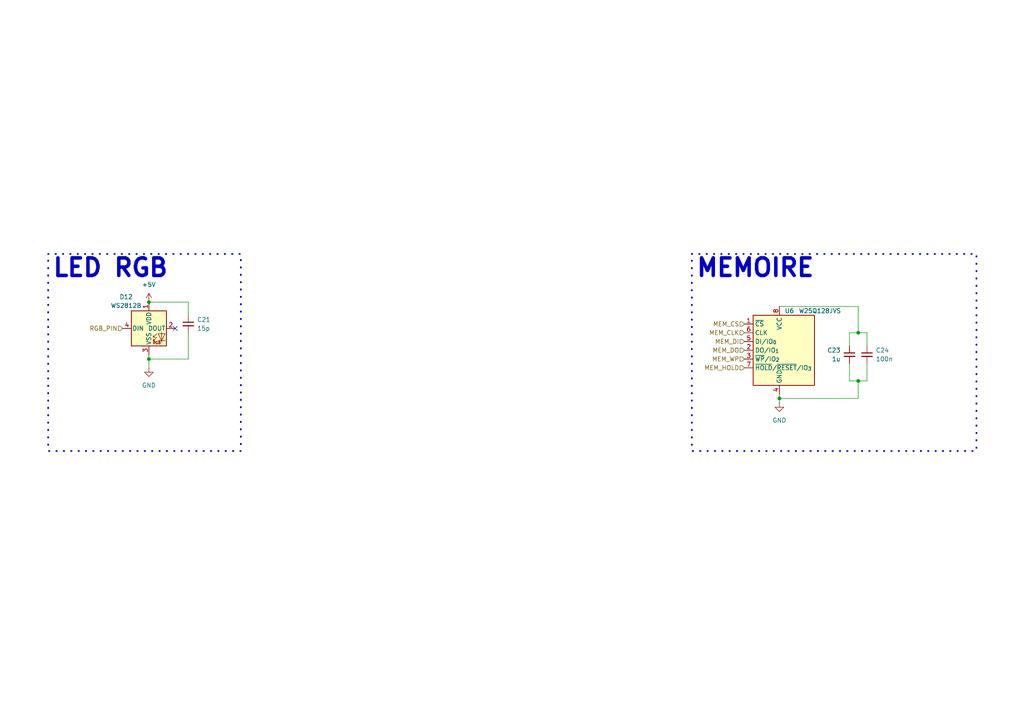
<source format=kicad_sch>
(kicad_sch
	(version 20250114)
	(generator "eeschema")
	(generator_version "9.0")
	(uuid "36baca23-89d1-4b26-a25b-10e481dece9c")
	(paper "A4")
	(lib_symbols
		(symbol "Device:C_Small"
			(pin_numbers
				(hide yes)
			)
			(pin_names
				(offset 0.254)
				(hide yes)
			)
			(exclude_from_sim no)
			(in_bom yes)
			(on_board yes)
			(property "Reference" "C"
				(at 0.254 1.778 0)
				(effects
					(font
						(size 1.27 1.27)
					)
					(justify left)
				)
			)
			(property "Value" "C_Small"
				(at 0.254 -2.032 0)
				(effects
					(font
						(size 1.27 1.27)
					)
					(justify left)
				)
			)
			(property "Footprint" ""
				(at 0 0 0)
				(effects
					(font
						(size 1.27 1.27)
					)
					(hide yes)
				)
			)
			(property "Datasheet" "~"
				(at 0 0 0)
				(effects
					(font
						(size 1.27 1.27)
					)
					(hide yes)
				)
			)
			(property "Description" "Unpolarized capacitor, small symbol"
				(at 0 0 0)
				(effects
					(font
						(size 1.27 1.27)
					)
					(hide yes)
				)
			)
			(property "ki_keywords" "capacitor cap"
				(at 0 0 0)
				(effects
					(font
						(size 1.27 1.27)
					)
					(hide yes)
				)
			)
			(property "ki_fp_filters" "C_*"
				(at 0 0 0)
				(effects
					(font
						(size 1.27 1.27)
					)
					(hide yes)
				)
			)
			(symbol "C_Small_0_1"
				(polyline
					(pts
						(xy -1.524 0.508) (xy 1.524 0.508)
					)
					(stroke
						(width 0.3048)
						(type default)
					)
					(fill
						(type none)
					)
				)
				(polyline
					(pts
						(xy -1.524 -0.508) (xy 1.524 -0.508)
					)
					(stroke
						(width 0.3302)
						(type default)
					)
					(fill
						(type none)
					)
				)
			)
			(symbol "C_Small_1_1"
				(pin passive line
					(at 0 2.54 270)
					(length 2.032)
					(name "~"
						(effects
							(font
								(size 1.27 1.27)
							)
						)
					)
					(number "1"
						(effects
							(font
								(size 1.27 1.27)
							)
						)
					)
				)
				(pin passive line
					(at 0 -2.54 90)
					(length 2.032)
					(name "~"
						(effects
							(font
								(size 1.27 1.27)
							)
						)
					)
					(number "2"
						(effects
							(font
								(size 1.27 1.27)
							)
						)
					)
				)
			)
			(embedded_fonts no)
		)
		(symbol "LED:WS2812B"
			(pin_names
				(offset 0.254)
			)
			(exclude_from_sim no)
			(in_bom yes)
			(on_board yes)
			(property "Reference" "D"
				(at 5.08 5.715 0)
				(effects
					(font
						(size 1.27 1.27)
					)
					(justify right bottom)
				)
			)
			(property "Value" "WS2812B"
				(at 1.27 -5.715 0)
				(effects
					(font
						(size 1.27 1.27)
					)
					(justify left top)
				)
			)
			(property "Footprint" "LED_SMD:LED_WS2812B_PLCC4_5.0x5.0mm_P3.2mm"
				(at 1.27 -7.62 0)
				(effects
					(font
						(size 1.27 1.27)
					)
					(justify left top)
					(hide yes)
				)
			)
			(property "Datasheet" "https://cdn-shop.adafruit.com/datasheets/WS2812B.pdf"
				(at 2.54 -9.525 0)
				(effects
					(font
						(size 1.27 1.27)
					)
					(justify left top)
					(hide yes)
				)
			)
			(property "Description" "RGB LED with integrated controller"
				(at 0 0 0)
				(effects
					(font
						(size 1.27 1.27)
					)
					(hide yes)
				)
			)
			(property "ki_keywords" "RGB LED NeoPixel addressable"
				(at 0 0 0)
				(effects
					(font
						(size 1.27 1.27)
					)
					(hide yes)
				)
			)
			(property "ki_fp_filters" "LED*WS2812*PLCC*5.0x5.0mm*P3.2mm*"
				(at 0 0 0)
				(effects
					(font
						(size 1.27 1.27)
					)
					(hide yes)
				)
			)
			(symbol "WS2812B_0_0"
				(text "RGB"
					(at 2.286 -4.191 0)
					(effects
						(font
							(size 0.762 0.762)
						)
					)
				)
			)
			(symbol "WS2812B_0_1"
				(polyline
					(pts
						(xy 1.27 -2.54) (xy 1.778 -2.54)
					)
					(stroke
						(width 0)
						(type default)
					)
					(fill
						(type none)
					)
				)
				(polyline
					(pts
						(xy 1.27 -3.556) (xy 1.778 -3.556)
					)
					(stroke
						(width 0)
						(type default)
					)
					(fill
						(type none)
					)
				)
				(polyline
					(pts
						(xy 2.286 -1.524) (xy 1.27 -2.54) (xy 1.27 -2.032)
					)
					(stroke
						(width 0)
						(type default)
					)
					(fill
						(type none)
					)
				)
				(polyline
					(pts
						(xy 2.286 -2.54) (xy 1.27 -3.556) (xy 1.27 -3.048)
					)
					(stroke
						(width 0)
						(type default)
					)
					(fill
						(type none)
					)
				)
				(polyline
					(pts
						(xy 3.683 -1.016) (xy 3.683 -3.556) (xy 3.683 -4.064)
					)
					(stroke
						(width 0)
						(type default)
					)
					(fill
						(type none)
					)
				)
				(polyline
					(pts
						(xy 4.699 -1.524) (xy 2.667 -1.524) (xy 3.683 -3.556) (xy 4.699 -1.524)
					)
					(stroke
						(width 0)
						(type default)
					)
					(fill
						(type none)
					)
				)
				(polyline
					(pts
						(xy 4.699 -3.556) (xy 2.667 -3.556)
					)
					(stroke
						(width 0)
						(type default)
					)
					(fill
						(type none)
					)
				)
				(rectangle
					(start 5.08 5.08)
					(end -5.08 -5.08)
					(stroke
						(width 0.254)
						(type default)
					)
					(fill
						(type background)
					)
				)
			)
			(symbol "WS2812B_1_1"
				(pin input line
					(at -7.62 0 0)
					(length 2.54)
					(name "DIN"
						(effects
							(font
								(size 1.27 1.27)
							)
						)
					)
					(number "4"
						(effects
							(font
								(size 1.27 1.27)
							)
						)
					)
				)
				(pin power_in line
					(at 0 7.62 270)
					(length 2.54)
					(name "VDD"
						(effects
							(font
								(size 1.27 1.27)
							)
						)
					)
					(number "1"
						(effects
							(font
								(size 1.27 1.27)
							)
						)
					)
				)
				(pin power_in line
					(at 0 -7.62 90)
					(length 2.54)
					(name "VSS"
						(effects
							(font
								(size 1.27 1.27)
							)
						)
					)
					(number "3"
						(effects
							(font
								(size 1.27 1.27)
							)
						)
					)
				)
				(pin output line
					(at 7.62 0 180)
					(length 2.54)
					(name "DOUT"
						(effects
							(font
								(size 1.27 1.27)
							)
						)
					)
					(number "2"
						(effects
							(font
								(size 1.27 1.27)
							)
						)
					)
				)
			)
			(embedded_fonts no)
		)
		(symbol "Memory_Flash:W25Q128JVS"
			(exclude_from_sim no)
			(in_bom yes)
			(on_board yes)
			(property "Reference" "U"
				(at -6.35 11.43 0)
				(effects
					(font
						(size 1.27 1.27)
					)
				)
			)
			(property "Value" "W25Q128JVS"
				(at 7.62 11.43 0)
				(effects
					(font
						(size 1.27 1.27)
					)
				)
			)
			(property "Footprint" "Package_SO:SOIC-8_5.3x5.3mm_P1.27mm"
				(at 0 22.86 0)
				(effects
					(font
						(size 1.27 1.27)
					)
					(hide yes)
				)
			)
			(property "Datasheet" "https://www.winbond.com/resource-files/w25q128jv_dtr%20revc%2003272018%20plus.pdf"
				(at 0 25.4 0)
				(effects
					(font
						(size 1.27 1.27)
					)
					(hide yes)
				)
			)
			(property "Description" "128Mbit / 16MiB Serial Flash Memory, Standard/Dual/Quad SPI, 2.7-3.6V, SOIC-8"
				(at 0 27.94 0)
				(effects
					(font
						(size 1.27 1.27)
					)
					(hide yes)
				)
			)
			(property "ki_keywords" "flash memory SPI QPI DTR"
				(at 0 0 0)
				(effects
					(font
						(size 1.27 1.27)
					)
					(hide yes)
				)
			)
			(property "ki_fp_filters" "*SOIC*5.3x5.3mm*P1.27mm*"
				(at 0 0 0)
				(effects
					(font
						(size 1.27 1.27)
					)
					(hide yes)
				)
			)
			(symbol "W25Q128JVS_0_1"
				(rectangle
					(start -7.62 10.16)
					(end 10.16 -10.16)
					(stroke
						(width 0.254)
						(type default)
					)
					(fill
						(type background)
					)
				)
			)
			(symbol "W25Q128JVS_1_1"
				(pin input line
					(at -10.16 7.62 0)
					(length 2.54)
					(name "~{CS}"
						(effects
							(font
								(size 1.27 1.27)
							)
						)
					)
					(number "1"
						(effects
							(font
								(size 1.27 1.27)
							)
						)
					)
				)
				(pin input line
					(at -10.16 5.08 0)
					(length 2.54)
					(name "CLK"
						(effects
							(font
								(size 1.27 1.27)
							)
						)
					)
					(number "6"
						(effects
							(font
								(size 1.27 1.27)
							)
						)
					)
				)
				(pin bidirectional line
					(at -10.16 2.54 0)
					(length 2.54)
					(name "DI/IO_{0}"
						(effects
							(font
								(size 1.27 1.27)
							)
						)
					)
					(number "5"
						(effects
							(font
								(size 1.27 1.27)
							)
						)
					)
				)
				(pin bidirectional line
					(at -10.16 0 0)
					(length 2.54)
					(name "DO/IO_{1}"
						(effects
							(font
								(size 1.27 1.27)
							)
						)
					)
					(number "2"
						(effects
							(font
								(size 1.27 1.27)
							)
						)
					)
				)
				(pin bidirectional line
					(at -10.16 -2.54 0)
					(length 2.54)
					(name "~{WP}/IO_{2}"
						(effects
							(font
								(size 1.27 1.27)
							)
						)
					)
					(number "3"
						(effects
							(font
								(size 1.27 1.27)
							)
						)
					)
				)
				(pin bidirectional line
					(at -10.16 -5.08 0)
					(length 2.54)
					(name "~{HOLD}/~{RESET}/IO_{3}"
						(effects
							(font
								(size 1.27 1.27)
							)
						)
					)
					(number "7"
						(effects
							(font
								(size 1.27 1.27)
							)
						)
					)
				)
				(pin power_in line
					(at 0 12.7 270)
					(length 2.54)
					(name "VCC"
						(effects
							(font
								(size 1.27 1.27)
							)
						)
					)
					(number "8"
						(effects
							(font
								(size 1.27 1.27)
							)
						)
					)
				)
				(pin power_in line
					(at 0 -12.7 90)
					(length 2.54)
					(name "GND"
						(effects
							(font
								(size 1.27 1.27)
							)
						)
					)
					(number "4"
						(effects
							(font
								(size 1.27 1.27)
							)
						)
					)
				)
			)
			(embedded_fonts no)
		)
		(symbol "power:+5V"
			(power)
			(pin_numbers
				(hide yes)
			)
			(pin_names
				(offset 0)
				(hide yes)
			)
			(exclude_from_sim no)
			(in_bom yes)
			(on_board yes)
			(property "Reference" "#PWR"
				(at 0 -3.81 0)
				(effects
					(font
						(size 1.27 1.27)
					)
					(hide yes)
				)
			)
			(property "Value" "+5V"
				(at 0 3.556 0)
				(effects
					(font
						(size 1.27 1.27)
					)
				)
			)
			(property "Footprint" ""
				(at 0 0 0)
				(effects
					(font
						(size 1.27 1.27)
					)
					(hide yes)
				)
			)
			(property "Datasheet" ""
				(at 0 0 0)
				(effects
					(font
						(size 1.27 1.27)
					)
					(hide yes)
				)
			)
			(property "Description" "Power symbol creates a global label with name \"+5V\""
				(at 0 0 0)
				(effects
					(font
						(size 1.27 1.27)
					)
					(hide yes)
				)
			)
			(property "ki_keywords" "global power"
				(at 0 0 0)
				(effects
					(font
						(size 1.27 1.27)
					)
					(hide yes)
				)
			)
			(symbol "+5V_0_1"
				(polyline
					(pts
						(xy -0.762 1.27) (xy 0 2.54)
					)
					(stroke
						(width 0)
						(type default)
					)
					(fill
						(type none)
					)
				)
				(polyline
					(pts
						(xy 0 2.54) (xy 0.762 1.27)
					)
					(stroke
						(width 0)
						(type default)
					)
					(fill
						(type none)
					)
				)
				(polyline
					(pts
						(xy 0 0) (xy 0 2.54)
					)
					(stroke
						(width 0)
						(type default)
					)
					(fill
						(type none)
					)
				)
			)
			(symbol "+5V_1_1"
				(pin power_in line
					(at 0 0 90)
					(length 0)
					(name "~"
						(effects
							(font
								(size 1.27 1.27)
							)
						)
					)
					(number "1"
						(effects
							(font
								(size 1.27 1.27)
							)
						)
					)
				)
			)
			(embedded_fonts no)
		)
		(symbol "power:GND"
			(power)
			(pin_numbers
				(hide yes)
			)
			(pin_names
				(offset 0)
				(hide yes)
			)
			(exclude_from_sim no)
			(in_bom yes)
			(on_board yes)
			(property "Reference" "#PWR"
				(at 0 -6.35 0)
				(effects
					(font
						(size 1.27 1.27)
					)
					(hide yes)
				)
			)
			(property "Value" "GND"
				(at 0 -3.81 0)
				(effects
					(font
						(size 1.27 1.27)
					)
				)
			)
			(property "Footprint" ""
				(at 0 0 0)
				(effects
					(font
						(size 1.27 1.27)
					)
					(hide yes)
				)
			)
			(property "Datasheet" ""
				(at 0 0 0)
				(effects
					(font
						(size 1.27 1.27)
					)
					(hide yes)
				)
			)
			(property "Description" "Power symbol creates a global label with name \"GND\" , ground"
				(at 0 0 0)
				(effects
					(font
						(size 1.27 1.27)
					)
					(hide yes)
				)
			)
			(property "ki_keywords" "global power"
				(at 0 0 0)
				(effects
					(font
						(size 1.27 1.27)
					)
					(hide yes)
				)
			)
			(symbol "GND_0_1"
				(polyline
					(pts
						(xy 0 0) (xy 0 -1.27) (xy 1.27 -1.27) (xy 0 -2.54) (xy -1.27 -1.27) (xy 0 -1.27)
					)
					(stroke
						(width 0)
						(type default)
					)
					(fill
						(type none)
					)
				)
			)
			(symbol "GND_1_1"
				(pin power_in line
					(at 0 0 270)
					(length 0)
					(name "~"
						(effects
							(font
								(size 1.27 1.27)
							)
						)
					)
					(number "1"
						(effects
							(font
								(size 1.27 1.27)
							)
						)
					)
				)
			)
			(embedded_fonts no)
		)
	)
	(text_box "MEMOIRE"
		(exclude_from_sim no)
		(at 200.66 73.66 0)
		(size 82.55 57.15)
		(margins 0.9525 0.9525 0.9525 0.9525)
		(stroke
			(width 0.508)
			(type dot)
		)
		(fill
			(type none)
		)
		(effects
			(font
				(size 5.08 5.08)
				(thickness 1.016)
				(bold yes)
			)
			(justify left top)
		)
		(uuid "6a1be415-660f-41f7-bda5-088b43148d19")
	)
	(text_box "LED RGB"
		(exclude_from_sim no)
		(at 13.97 73.66 0)
		(size 55.88 57.15)
		(margins 0.9525 0.9525 0.9525 0.9525)
		(stroke
			(width 0.508)
			(type dot)
		)
		(fill
			(type none)
		)
		(effects
			(font
				(size 5.08 5.08)
				(thickness 1.016)
				(bold yes)
			)
			(justify left top)
		)
		(uuid "d0cfbe74-1df1-4281-93da-33c346fa6df6")
	)
	(junction
		(at 248.92 96.52)
		(diameter 0)
		(color 0 0 0 0)
		(uuid "1305f6ad-b1e1-478a-b66b-845850a8b8e6")
	)
	(junction
		(at 248.92 110.49)
		(diameter 0)
		(color 0 0 0 0)
		(uuid "3d0045ff-394b-4154-96e4-8f272f4109bb")
	)
	(junction
		(at 43.18 104.14)
		(diameter 0)
		(color 0 0 0 0)
		(uuid "4c88df66-1343-4b33-9846-799a1fa3bccc")
	)
	(junction
		(at 43.18 87.63)
		(diameter 0)
		(color 0 0 0 0)
		(uuid "c1907529-fcd5-4e95-a3f4-4fc1aa7d0c5e")
	)
	(junction
		(at 226.06 115.57)
		(diameter 0)
		(color 0 0 0 0)
		(uuid "f9d49bd8-988e-41bd-bd30-7ab848e61269")
	)
	(no_connect
		(at 50.8 95.25)
		(uuid "fb7c5eb5-e798-40b7-ba2d-f34d4b793e0c")
	)
	(wire
		(pts
			(xy 43.18 104.14) (xy 43.18 102.87)
		)
		(stroke
			(width 0)
			(type default)
		)
		(uuid "38c31101-60aa-497f-9dcf-29ceade3536c")
	)
	(wire
		(pts
			(xy 251.46 100.33) (xy 251.46 96.52)
		)
		(stroke
			(width 0)
			(type default)
		)
		(uuid "40042d5b-175a-42d3-a9e0-3e5359e7cf0c")
	)
	(wire
		(pts
			(xy 246.38 105.41) (xy 246.38 110.49)
		)
		(stroke
			(width 0)
			(type default)
		)
		(uuid "41e0211a-0acf-4ad4-b4cc-9fa9b75c47ed")
	)
	(wire
		(pts
			(xy 54.61 96.52) (xy 54.61 104.14)
		)
		(stroke
			(width 0)
			(type default)
		)
		(uuid "46153bf8-8eae-4249-aaee-674cad9087a6")
	)
	(wire
		(pts
			(xy 226.06 88.9) (xy 248.92 88.9)
		)
		(stroke
			(width 0)
			(type default)
		)
		(uuid "4a9b4465-9004-4378-ad72-8376a9825eaa")
	)
	(wire
		(pts
			(xy 248.92 88.9) (xy 248.92 96.52)
		)
		(stroke
			(width 0)
			(type default)
		)
		(uuid "5fc88321-2900-4d68-a18a-82d35b524fed")
	)
	(wire
		(pts
			(xy 54.61 91.44) (xy 54.61 87.63)
		)
		(stroke
			(width 0)
			(type default)
		)
		(uuid "61221e4a-616c-4cce-a9bb-33d038cfc2e8")
	)
	(wire
		(pts
			(xy 54.61 104.14) (xy 43.18 104.14)
		)
		(stroke
			(width 0)
			(type default)
		)
		(uuid "676d6b75-ecd8-49cf-950f-73a5f5d830c2")
	)
	(wire
		(pts
			(xy 226.06 115.57) (xy 248.92 115.57)
		)
		(stroke
			(width 0)
			(type default)
		)
		(uuid "6a286841-af89-4907-b8a6-60eb773fcf89")
	)
	(wire
		(pts
			(xy 246.38 110.49) (xy 248.92 110.49)
		)
		(stroke
			(width 0)
			(type default)
		)
		(uuid "75879f46-612c-4a93-b932-3ac30de3cc80")
	)
	(wire
		(pts
			(xy 251.46 96.52) (xy 248.92 96.52)
		)
		(stroke
			(width 0)
			(type default)
		)
		(uuid "7f3f5d2f-1c36-4849-8e73-65648b0de66a")
	)
	(wire
		(pts
			(xy 43.18 106.68) (xy 43.18 104.14)
		)
		(stroke
			(width 0)
			(type default)
		)
		(uuid "9891aafd-0622-4337-8b9f-aa6fa15a06cb")
	)
	(wire
		(pts
			(xy 251.46 110.49) (xy 251.46 105.41)
		)
		(stroke
			(width 0)
			(type default)
		)
		(uuid "a0afb2d1-3e87-457f-9c9c-1074cf1dfb6e")
	)
	(wire
		(pts
			(xy 226.06 114.3) (xy 226.06 115.57)
		)
		(stroke
			(width 0)
			(type default)
		)
		(uuid "a995faad-ac1e-4cd1-bbdc-73c8077460c4")
	)
	(wire
		(pts
			(xy 226.06 115.57) (xy 226.06 116.84)
		)
		(stroke
			(width 0)
			(type default)
		)
		(uuid "b980d7ff-da91-4325-b238-668df64961b7")
	)
	(wire
		(pts
			(xy 246.38 96.52) (xy 246.38 100.33)
		)
		(stroke
			(width 0)
			(type default)
		)
		(uuid "c526f5d5-3687-4903-9509-f03e12eb8296")
	)
	(wire
		(pts
			(xy 54.61 87.63) (xy 43.18 87.63)
		)
		(stroke
			(width 0)
			(type default)
		)
		(uuid "c86c9ec6-3c35-4970-8727-bac86ee08aa8")
	)
	(wire
		(pts
			(xy 248.92 110.49) (xy 251.46 110.49)
		)
		(stroke
			(width 0)
			(type default)
		)
		(uuid "cede501e-237c-4e0a-8f1d-149b612e30a3")
	)
	(wire
		(pts
			(xy 248.92 96.52) (xy 246.38 96.52)
		)
		(stroke
			(width 0)
			(type default)
		)
		(uuid "f056afbe-2225-4da7-8096-bf490d683501")
	)
	(wire
		(pts
			(xy 248.92 115.57) (xy 248.92 110.49)
		)
		(stroke
			(width 0)
			(type default)
		)
		(uuid "f0ce70ac-c683-45e5-a1a3-2548a3389d48")
	)
	(hierarchical_label "MEM_DO"
		(shape input)
		(at 215.9 101.6 180)
		(effects
			(font
				(size 1.27 1.27)
			)
			(justify right)
		)
		(uuid "047dd3fc-c293-4ff6-a353-910e66a932a1")
	)
	(hierarchical_label "MEM_CS"
		(shape input)
		(at 215.9 93.98 180)
		(effects
			(font
				(size 1.27 1.27)
			)
			(justify right)
		)
		(uuid "4dd9b77a-a028-4177-b892-f83854d92ab8")
	)
	(hierarchical_label "MEM_WP"
		(shape input)
		(at 215.9 104.14 180)
		(effects
			(font
				(size 1.27 1.27)
			)
			(justify right)
		)
		(uuid "512e0144-2691-4216-bfcc-e57a3600be73")
	)
	(hierarchical_label "MEM_DI"
		(shape input)
		(at 215.9 99.06 180)
		(effects
			(font
				(size 1.27 1.27)
			)
			(justify right)
		)
		(uuid "9a3728c6-88ad-497c-824a-709a0f9aa7f0")
	)
	(hierarchical_label "RGB_PIN"
		(shape input)
		(at 35.56 95.25 180)
		(effects
			(font
				(size 1.27 1.27)
			)
			(justify right)
		)
		(uuid "c2486f23-3a1b-4a59-b03b-7c84f3ac1d03")
	)
	(hierarchical_label "MEM_HOLD"
		(shape input)
		(at 215.9 106.68 180)
		(effects
			(font
				(size 1.27 1.27)
			)
			(justify right)
		)
		(uuid "d1226d3c-94b7-4baf-9e5a-4a07fb3cc58e")
	)
	(hierarchical_label "MEM_CLK"
		(shape input)
		(at 215.9 96.52 180)
		(effects
			(font
				(size 1.27 1.27)
			)
			(justify right)
		)
		(uuid "de59373d-6e1a-48d2-ba22-6246df07209e")
	)
	(symbol
		(lib_id "Device:C_Small")
		(at 251.46 102.87 0)
		(unit 1)
		(exclude_from_sim no)
		(in_bom yes)
		(on_board yes)
		(dnp no)
		(fields_autoplaced yes)
		(uuid "12fd4d91-d535-4d7d-9350-20582f9f67a1")
		(property "Reference" "C24"
			(at 254 101.6062 0)
			(effects
				(font
					(size 1.27 1.27)
				)
				(justify left)
			)
		)
		(property "Value" "100n"
			(at 254 104.1462 0)
			(effects
				(font
					(size 1.27 1.27)
				)
				(justify left)
			)
		)
		(property "Footprint" "Capacitor_SMD:C_0402_1005Metric"
			(at 251.46 102.87 0)
			(effects
				(font
					(size 1.27 1.27)
				)
				(hide yes)
			)
		)
		(property "Datasheet" "~"
			(at 251.46 102.87 0)
			(effects
				(font
					(size 1.27 1.27)
				)
				(hide yes)
			)
		)
		(property "Description" "Unpolarized capacitor, small symbol"
			(at 251.46 102.87 0)
			(effects
				(font
					(size 1.27 1.27)
				)
				(hide yes)
			)
		)
		(pin "1"
			(uuid "317dd26d-5145-47f9-8c6e-667f276554fb")
		)
		(pin "2"
			(uuid "1cb3808a-0f05-4a01-a80e-5e8985282263")
		)
		(instances
			(project "FC_PCB"
				(path "/5dcde9ba-69bc-48ad-8419-ebeb6428a1ae/0f2a28e4-03d7-447e-abd9-dee5c99c9c46"
					(reference "C24")
					(unit 1)
				)
			)
		)
	)
	(symbol
		(lib_id "Device:C_Small")
		(at 54.61 93.98 0)
		(unit 1)
		(exclude_from_sim no)
		(in_bom yes)
		(on_board yes)
		(dnp no)
		(fields_autoplaced yes)
		(uuid "3a85604e-131f-4403-9395-2c4c42319d1c")
		(property "Reference" "C21"
			(at 57.15 92.7162 0)
			(effects
				(font
					(size 1.27 1.27)
				)
				(justify left)
			)
		)
		(property "Value" "15p"
			(at 57.15 95.2562 0)
			(effects
				(font
					(size 1.27 1.27)
				)
				(justify left)
			)
		)
		(property "Footprint" "Capacitor_SMD:C_0603_1608Metric"
			(at 54.61 93.98 0)
			(effects
				(font
					(size 1.27 1.27)
				)
				(hide yes)
			)
		)
		(property "Datasheet" "~"
			(at 54.61 93.98 0)
			(effects
				(font
					(size 1.27 1.27)
				)
				(hide yes)
			)
		)
		(property "Description" "Unpolarized capacitor, small symbol"
			(at 54.61 93.98 0)
			(effects
				(font
					(size 1.27 1.27)
				)
				(hide yes)
			)
		)
		(pin "1"
			(uuid "c006eec4-6bf1-490e-bee0-d6bb1fc330d2")
		)
		(pin "2"
			(uuid "8288d569-1826-4455-8d2e-68386fce7dc9")
		)
		(instances
			(project "FC_PCB"
				(path "/5dcde9ba-69bc-48ad-8419-ebeb6428a1ae/0f2a28e4-03d7-447e-abd9-dee5c99c9c46"
					(reference "C21")
					(unit 1)
				)
			)
		)
	)
	(symbol
		(lib_id "LED:WS2812B")
		(at 43.18 95.25 0)
		(unit 1)
		(exclude_from_sim no)
		(in_bom yes)
		(on_board yes)
		(dnp no)
		(uuid "54d503a5-10b3-4642-aa19-a4575e7a4234")
		(property "Reference" "D12"
			(at 36.576 86.106 0)
			(effects
				(font
					(size 1.27 1.27)
				)
			)
		)
		(property "Value" "WS2812B"
			(at 36.576 88.646 0)
			(effects
				(font
					(size 1.27 1.27)
				)
			)
		)
		(property "Footprint" "LED_SMD:LED_WS2812B_PLCC4_5.0x5.0mm_P3.2mm"
			(at 44.45 102.87 0)
			(effects
				(font
					(size 1.27 1.27)
				)
				(justify left top)
				(hide yes)
			)
		)
		(property "Datasheet" "https://cdn-shop.adafruit.com/datasheets/WS2812B.pdf"
			(at 45.72 104.775 0)
			(effects
				(font
					(size 1.27 1.27)
				)
				(justify left top)
				(hide yes)
			)
		)
		(property "Description" "RGB LED with integrated controller"
			(at 43.18 95.25 0)
			(effects
				(font
					(size 1.27 1.27)
				)
				(hide yes)
			)
		)
		(pin "4"
			(uuid "64880836-e815-4427-adcd-f98dc2d551b2")
		)
		(pin "2"
			(uuid "49b26437-9cd7-492f-96e4-b42e289ab25a")
		)
		(pin "3"
			(uuid "77e39a46-e1e9-4cdd-8baf-0666c0db49d5")
		)
		(pin "1"
			(uuid "56ded158-1252-4f8d-b269-8f394c0a70ad")
		)
		(instances
			(project ""
				(path "/5dcde9ba-69bc-48ad-8419-ebeb6428a1ae/0f2a28e4-03d7-447e-abd9-dee5c99c9c46"
					(reference "D12")
					(unit 1)
				)
			)
		)
	)
	(symbol
		(lib_id "Device:C_Small")
		(at 246.38 102.87 0)
		(mirror y)
		(unit 1)
		(exclude_from_sim no)
		(in_bom yes)
		(on_board yes)
		(dnp no)
		(uuid "5e07c570-e966-49e6-bdb3-48920423638f")
		(property "Reference" "C23"
			(at 243.84 101.6062 0)
			(effects
				(font
					(size 1.27 1.27)
				)
				(justify left)
			)
		)
		(property "Value" "1u"
			(at 243.84 104.1462 0)
			(effects
				(font
					(size 1.27 1.27)
				)
				(justify left)
			)
		)
		(property "Footprint" "Capacitor_SMD:C_0402_1005Metric"
			(at 246.38 102.87 0)
			(effects
				(font
					(size 1.27 1.27)
				)
				(hide yes)
			)
		)
		(property "Datasheet" "~"
			(at 246.38 102.87 0)
			(effects
				(font
					(size 1.27 1.27)
				)
				(hide yes)
			)
		)
		(property "Description" "Unpolarized capacitor, small symbol"
			(at 246.38 102.87 0)
			(effects
				(font
					(size 1.27 1.27)
				)
				(hide yes)
			)
		)
		(pin "1"
			(uuid "abefd16a-0cf7-4d5e-9283-eafc40454dfc")
		)
		(pin "2"
			(uuid "e2d2c721-dd92-4451-a842-85de3f54efea")
		)
		(instances
			(project "FC_PCB"
				(path "/5dcde9ba-69bc-48ad-8419-ebeb6428a1ae/0f2a28e4-03d7-447e-abd9-dee5c99c9c46"
					(reference "C23")
					(unit 1)
				)
			)
		)
	)
	(symbol
		(lib_id "Memory_Flash:W25Q128JVS")
		(at 226.06 101.6 0)
		(unit 1)
		(exclude_from_sim no)
		(in_bom yes)
		(on_board yes)
		(dnp no)
		(uuid "7ff9820d-a43b-4351-b2e0-58e203bf4069")
		(property "Reference" "U6"
			(at 227.584 90.17 0)
			(effects
				(font
					(size 1.27 1.27)
				)
				(justify left)
			)
		)
		(property "Value" "W25Q128JVS"
			(at 231.648 90.17 0)
			(effects
				(font
					(size 1.27 1.27)
				)
				(justify left)
			)
		)
		(property "Footprint" "Package_SO:SOIC-8_5.3x5.3mm_P1.27mm"
			(at 226.06 78.74 0)
			(effects
				(font
					(size 1.27 1.27)
				)
				(hide yes)
			)
		)
		(property "Datasheet" "https://www.winbond.com/resource-files/w25q128jv_dtr%20revc%2003272018%20plus.pdf"
			(at 226.06 76.2 0)
			(effects
				(font
					(size 1.27 1.27)
				)
				(hide yes)
			)
		)
		(property "Description" "128Mbit / 16MiB Serial Flash Memory, Standard/Dual/Quad SPI, 2.7-3.6V, SOIC-8"
			(at 226.06 73.66 0)
			(effects
				(font
					(size 1.27 1.27)
				)
				(hide yes)
			)
		)
		(pin "6"
			(uuid "e227db9c-21dd-4891-8d09-2df1dfe9c4b3")
		)
		(pin "5"
			(uuid "30eb4fb4-2a91-423a-b137-5c13f837ba36")
		)
		(pin "2"
			(uuid "23271bdf-2ab5-462c-8e00-0e53fabcf0d7")
		)
		(pin "1"
			(uuid "76622c09-573e-4864-9489-6feffa17c2d2")
		)
		(pin "8"
			(uuid "9a4bc9cf-7406-49ab-ba3c-26925c7679d0")
		)
		(pin "3"
			(uuid "217de8b6-569c-409c-8ab0-cd74f375c19d")
		)
		(pin "7"
			(uuid "175fc372-4275-42a8-8a97-fe0f492d8ce3")
		)
		(pin "4"
			(uuid "a581727c-ad67-4094-9dca-4b95028053cc")
		)
		(instances
			(project ""
				(path "/5dcde9ba-69bc-48ad-8419-ebeb6428a1ae/0f2a28e4-03d7-447e-abd9-dee5c99c9c46"
					(reference "U6")
					(unit 1)
				)
			)
		)
	)
	(symbol
		(lib_id "power:+5V")
		(at 43.18 87.63 0)
		(unit 1)
		(exclude_from_sim no)
		(in_bom yes)
		(on_board yes)
		(dnp no)
		(fields_autoplaced yes)
		(uuid "b0ccd063-647c-4326-92f0-00b78c5bbd79")
		(property "Reference" "#PWR051"
			(at 43.18 91.44 0)
			(effects
				(font
					(size 1.27 1.27)
				)
				(hide yes)
			)
		)
		(property "Value" "+5V"
			(at 43.18 82.55 0)
			(effects
				(font
					(size 1.27 1.27)
				)
			)
		)
		(property "Footprint" ""
			(at 43.18 87.63 0)
			(effects
				(font
					(size 1.27 1.27)
				)
				(hide yes)
			)
		)
		(property "Datasheet" ""
			(at 43.18 87.63 0)
			(effects
				(font
					(size 1.27 1.27)
				)
				(hide yes)
			)
		)
		(property "Description" "Power symbol creates a global label with name \"+5V\""
			(at 43.18 87.63 0)
			(effects
				(font
					(size 1.27 1.27)
				)
				(hide yes)
			)
		)
		(pin "1"
			(uuid "3792196d-e473-4985-9955-22ea533dc890")
		)
		(instances
			(project "FC_PCB"
				(path "/5dcde9ba-69bc-48ad-8419-ebeb6428a1ae/0f2a28e4-03d7-447e-abd9-dee5c99c9c46"
					(reference "#PWR051")
					(unit 1)
				)
			)
		)
	)
	(symbol
		(lib_id "power:GND")
		(at 226.06 116.84 0)
		(unit 1)
		(exclude_from_sim no)
		(in_bom yes)
		(on_board yes)
		(dnp no)
		(fields_autoplaced yes)
		(uuid "d7c6e56f-a0e6-494e-b73d-bd76304789d2")
		(property "Reference" "#PWR029"
			(at 226.06 123.19 0)
			(effects
				(font
					(size 1.27 1.27)
				)
				(hide yes)
			)
		)
		(property "Value" "GND"
			(at 226.06 121.92 0)
			(effects
				(font
					(size 1.27 1.27)
				)
			)
		)
		(property "Footprint" ""
			(at 226.06 116.84 0)
			(effects
				(font
					(size 1.27 1.27)
				)
				(hide yes)
			)
		)
		(property "Datasheet" ""
			(at 226.06 116.84 0)
			(effects
				(font
					(size 1.27 1.27)
				)
				(hide yes)
			)
		)
		(property "Description" "Power symbol creates a global label with name \"GND\" , ground"
			(at 226.06 116.84 0)
			(effects
				(font
					(size 1.27 1.27)
				)
				(hide yes)
			)
		)
		(pin "1"
			(uuid "bd434613-9422-46b6-82a9-fc236bb49f90")
		)
		(instances
			(project "FC_PCB"
				(path "/5dcde9ba-69bc-48ad-8419-ebeb6428a1ae/0f2a28e4-03d7-447e-abd9-dee5c99c9c46"
					(reference "#PWR029")
					(unit 1)
				)
			)
		)
	)
	(symbol
		(lib_id "power:GND")
		(at 43.18 106.68 0)
		(unit 1)
		(exclude_from_sim no)
		(in_bom yes)
		(on_board yes)
		(dnp no)
		(fields_autoplaced yes)
		(uuid "f6b2bb9d-1c59-48a8-9b5d-1baee058d182")
		(property "Reference" "#PWR026"
			(at 43.18 113.03 0)
			(effects
				(font
					(size 1.27 1.27)
				)
				(hide yes)
			)
		)
		(property "Value" "GND"
			(at 43.18 111.76 0)
			(effects
				(font
					(size 1.27 1.27)
				)
			)
		)
		(property "Footprint" ""
			(at 43.18 106.68 0)
			(effects
				(font
					(size 1.27 1.27)
				)
				(hide yes)
			)
		)
		(property "Datasheet" ""
			(at 43.18 106.68 0)
			(effects
				(font
					(size 1.27 1.27)
				)
				(hide yes)
			)
		)
		(property "Description" "Power symbol creates a global label with name \"GND\" , ground"
			(at 43.18 106.68 0)
			(effects
				(font
					(size 1.27 1.27)
				)
				(hide yes)
			)
		)
		(pin "1"
			(uuid "580026bc-5c27-44f8-bf81-1dd738e4f24e")
		)
		(instances
			(project "FC_PCB"
				(path "/5dcde9ba-69bc-48ad-8419-ebeb6428a1ae/0f2a28e4-03d7-447e-abd9-dee5c99c9c46"
					(reference "#PWR026")
					(unit 1)
				)
			)
		)
	)
)

</source>
